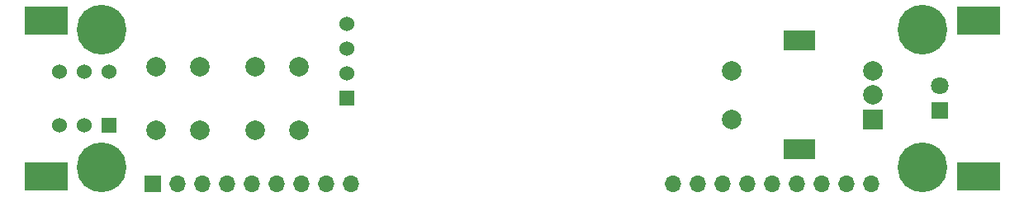
<source format=gts>
G04 #@! TF.GenerationSoftware,KiCad,Pcbnew,(5.1.8)-1*
G04 #@! TF.CreationDate,2023-02-02T03:20:21+01:00*
G04 #@! TF.ProjectId,BulkyMIDI-32 Internal Panel,42756c6b-794d-4494-9449-2d333220496e,rev?*
G04 #@! TF.SameCoordinates,Original*
G04 #@! TF.FileFunction,Soldermask,Top*
G04 #@! TF.FilePolarity,Negative*
%FSLAX46Y46*%
G04 Gerber Fmt 4.6, Leading zero omitted, Abs format (unit mm)*
G04 Created by KiCad (PCBNEW (5.1.8)-1) date 2023-02-02 03:20:21*
%MOMM*%
%LPD*%
G01*
G04 APERTURE LIST*
%ADD10O,1.700000X1.700000*%
%ADD11R,1.700000X1.700000*%
%ADD12C,2.000000*%
%ADD13R,3.200000X2.000000*%
%ADD14R,2.000000X2.000000*%
%ADD15C,5.100000*%
%ADD16R,1.524000X1.524000*%
%ADD17C,1.524000*%
%ADD18R,1.800000X1.800000*%
%ADD19C,1.800000*%
%ADD20R,4.400000X3.000000*%
G04 APERTURE END LIST*
D10*
X187580000Y-98436000D03*
X185040000Y-98436000D03*
X182500000Y-98436000D03*
X179960000Y-98436000D03*
X177420000Y-98436000D03*
X174880000Y-98436000D03*
X172340000Y-98436000D03*
X169800000Y-98436000D03*
X167260000Y-98436000D03*
X134240000Y-98436000D03*
X131700000Y-98436000D03*
X129160000Y-98436000D03*
X126620000Y-98436000D03*
X124080000Y-98436000D03*
X121540000Y-98436000D03*
X119000000Y-98436000D03*
X116460000Y-98436000D03*
D11*
X113920000Y-98436000D03*
D12*
X124420000Y-86400000D03*
X128920000Y-86400000D03*
X124420000Y-92900000D03*
X128920000Y-92900000D03*
X114260000Y-86400000D03*
X118760000Y-86400000D03*
X114260000Y-92900000D03*
X118760000Y-92900000D03*
X173232500Y-86792000D03*
X173232500Y-91792000D03*
D13*
X180232500Y-83692000D03*
X180232500Y-94892000D03*
D12*
X187732500Y-86792000D03*
X187732500Y-89292000D03*
D14*
X187732500Y-91792000D03*
D15*
X108687500Y-96725000D03*
X108687500Y-82575000D03*
D16*
X133754300Y-89635000D03*
D17*
X133754300Y-87095000D03*
X133754300Y-84555000D03*
X133754300Y-82015000D03*
D18*
X194615000Y-90920000D03*
D19*
X194615000Y-88380000D03*
D15*
X192812500Y-96725000D03*
X192812500Y-82575000D03*
D17*
X104345500Y-92375000D03*
X106885500Y-92375000D03*
D16*
X109425500Y-92375000D03*
D17*
X109425500Y-86925000D03*
X106885500Y-86925000D03*
X104345500Y-86925000D03*
D20*
X102934500Y-81648500D03*
X102934500Y-97650500D03*
X198565500Y-81648500D03*
X198565500Y-97650500D03*
M02*

</source>
